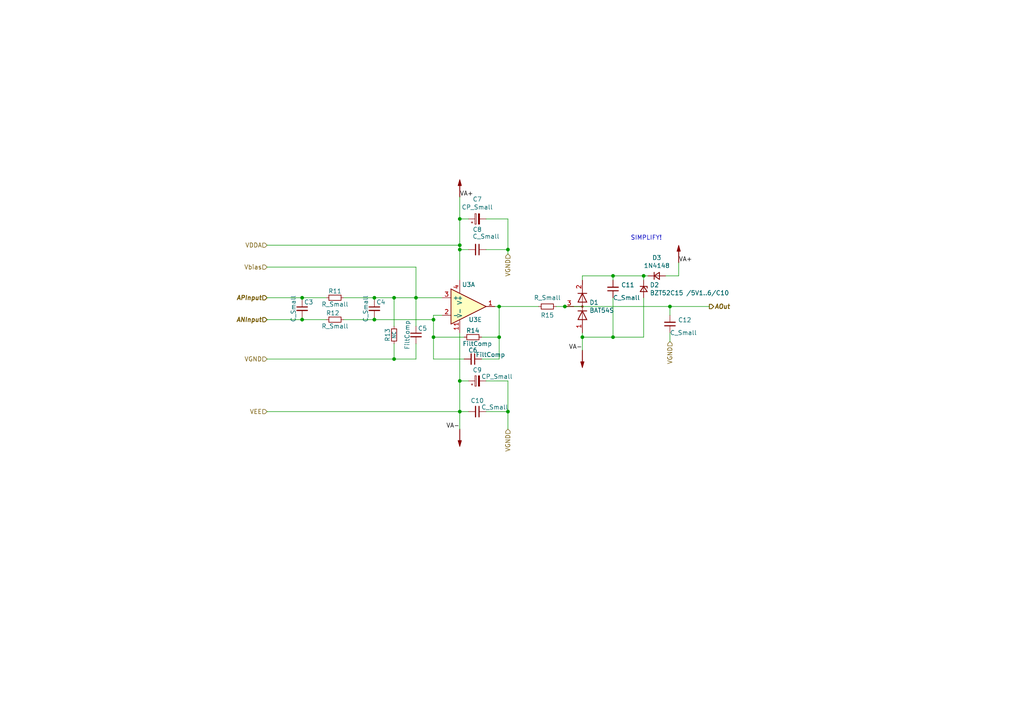
<source format=kicad_sch>
(kicad_sch (version 20230121) (generator eeschema)
  (paper "A4")
  (lib_symbols
    (symbol "Device:C_Small" (pin_numbers hide) (pin_names (offset 0.254) hide)
      (property "Reference" "C" (at 0.254 1.778 0))
      (property "Value" "C_Small" (at 0.254 -2.032 0))
      (symbol "C_Small_0_1"
        (polyline (pts (xy -1.524 -0.508) (xy 1.524 -0.508)) (stroke (width 0.3302)))
        (polyline (pts (xy -1.524 0.508) (xy 1.524 0.508)) (stroke (width 0.3048)))
      )
      (symbol "C_Small_1_1"
        (pin passive line (at 0 2.54 270) (length 2.032) (name "~") (number "1"))
        (pin passive line (at 0 -2.54 90) (length 2.032) (name "~") (number "2"))
      )
    )
    (symbol "Device:D_Small" (pin_numbers hide) (pin_names (offset 0.254) hide)
      (property "Reference" "D" (at -1.27 2.032 0))
      (property "Value" "D_Small" (at -3.81 -2.032 0))
      (symbol "D_Small_0_1"
        (polyline (pts (xy -0.762 -1.016) (xy -0.762 1.016)) (stroke (width 0.254)))
        (polyline (pts (xy -0.762 0) (xy 0.762 0)))
        (polyline (pts (xy 0.762 -1.016) (xy -0.762 0) (xy 0.762 1.016) (xy 0.762 -1.016)) (stroke (width 0.254)))
      )
      (symbol "D_Small_1_1"
        (pin passive line (at -2.54 0 0) (length 1.778) (name "K") (number "1"))
        (pin passive line (at 2.54 0 180) (length 1.778) (name "A") (number "2"))
      )
    )
    (symbol "Device:D_Zener_Small" (pin_numbers hide) (pin_names (offset 0.254) hide)
      (property "Reference" "D" (at 0 2.286 0))
      (property "Value" "D_Zener_Small" (at 0 -2.286 0))
      (symbol "D_Zener_Small_0_1"
        (polyline (pts (xy 0.762 0) (xy -0.762 0)))
        (polyline (pts (xy -0.254 1.016) (xy -0.762 1.016) (xy -0.762 -1.016)) (stroke (width 0.254)))
        (polyline (pts (xy 0.762 1.016) (xy -0.762 0) (xy 0.762 -1.016) (xy 0.762 1.016)) (stroke (width 0.254)))
      )
      (symbol "D_Zener_Small_1_1"
        (pin passive line (at -2.54 0 0) (length 1.778) (name "K") (number "1"))
        (pin passive line (at 2.54 0 180) (length 1.778) (name "A") (number "2"))
      )
    )
    (symbol "Device:R_Small" (pin_numbers hide) (pin_names (offset 0.254) hide)
      (property "Reference" "R" (at 0.762 0.508 0))
      (property "Value" "R_Small" (at 0.762 -1.016 0))
      (symbol "R_Small_0_1"
        (rectangle (start -0.762 1.778) (end 0.762 -1.778) (stroke (width 0.2032)))
      )
      (symbol "R_Small_1_1"
        (pin passive line (at 0 2.54 270) (length 0.762) (name "~") (number "1"))
        (pin passive line (at 0 -2.54 90) (length 0.762) (name "~") (number "2"))
      )
    )
    (symbol "Graphic:SYM_Arrow_Normal" (in_bom no) (on_board no)
      (symbol "SYM_Arrow_Normal_0_1"
        (polyline (pts (xy 1.524 0) (xy -2.54 0)) (stroke (width 0.254)))
        (polyline (pts (xy 2.54 0) (xy 0.762 -0.508) (xy 0.762 0.508) (xy 2.54 0)) (fill (type outline)))
      )
    )
    (symbol "Sallen-Keys_filter-rescue:CP_Small-Device" (pin_numbers hide) (pin_names (offset 0.254) hide)
      (property "Reference" "C" (at 0.254 1.778 0))
      (property "Value" "Device_CP_Small" (at 0.254 -2.032 0))
      (symbol "CP_Small-Device_0_1"
        (rectangle (start -1.524 -0.3048) (end 1.524 -0.6858) (fill (type outline)))
        (rectangle (start -1.524 0.6858) (end 1.524 0.3048))
        (polyline (pts (xy -1.27 1.524) (xy -0.762 1.524)))
        (polyline (pts (xy -1.016 1.27) (xy -1.016 1.778)))
      )
      (symbol "CP_Small-Device_1_1"
        (pin passive line (at 0 2.54 270) (length 1.8542) (name "~") (number "1"))
        (pin passive line (at 0 -2.54 90) (length 1.8542) (name "~") (number "2"))
      )
    )
    (symbol "Sallen-Keys_filter-rescue:D_x2_Serial_AKC-Device" (pin_names (offset 0.762) hide)
      (property "Reference" "D" (at 1.27 -2.54 0))
      (property "Value" "Device_D_x2_Serial_AKC" (at 0 2.54 0))
      (symbol "D_x2_Serial_AKC-Device_0_1"
        (polyline (pts (xy -3.81 0) (xy 3.81 0)))
        (polyline (pts (xy 0 0) (xy 0 -2.54)))
        (polyline (pts (xy 6.35 0) (xy 7.62 0)))
        (polyline (pts (xy -1.27 -1.27) (xy -1.27 1.27) (xy -1.27 1.27)) (stroke (width 0.254)))
        (polyline (pts (xy 3.81 1.27) (xy 3.81 -1.27) (xy 3.81 -1.27)) (stroke (width 0.254)))
        (polyline (pts (xy -3.81 1.27) (xy -1.27 0) (xy -3.81 -1.27) (xy -3.81 1.27) (xy -3.81 1.27) (xy -3.81 1.27)) (stroke (width 0.254)))
        (polyline (pts (xy 1.27 1.27) (xy 3.81 0) (xy 1.27 -1.27) (xy 1.27 1.27) (xy 1.27 1.27) (xy 1.27 1.27)) (stroke (width 0.254)))
        (circle (center 0 0) (radius 0.254) (fill (type outline)))
        (pin passive line (at -7.62 0 0) (length 3.81) (name "A") (number "1"))
        (pin passive line (at 7.62 0 180) (length 3.81) (name "K") (number "2"))
        (pin passive line (at 0 -5.08 90) (length 2.54) (name "common") (number "3"))
      )
    )
    (symbol "Sallen-Keys_filter-rescue:Opamp_Quad_Generic-Device"
      (property "Reference" "U" (at 0 5.08 0))
      (property "Value" "Device_Opamp_Quad_Generic" (at 0 -5.08 0))
      (symbol "Opamp_Quad_Generic-Device_1_1"
        (polyline (pts (xy -5.08 5.08) (xy 5.08 0) (xy -5.08 -5.08) (xy -5.08 5.08)) (stroke (width 0.254)) (fill (type background)))
        (pin output line (at 7.62 0 180) (length 2.54) (name "~") (number "1"))
        (pin input line (at -7.62 -2.54 0) (length 2.54) (name "-") (number "2"))
        (pin input line (at -7.62 2.54 0) (length 2.54) (name "+") (number "3"))
      )
      (symbol "Opamp_Quad_Generic-Device_2_1"
        (polyline (pts (xy -5.08 5.08) (xy 5.08 0) (xy -5.08 -5.08) (xy -5.08 5.08)) (stroke (width 0.254)) (fill (type background)))
        (pin input line (at -7.62 2.54 0) (length 2.54) (name "+") (number "5"))
        (pin input line (at -7.62 -2.54 0) (length 2.54) (name "-") (number "6"))
        (pin output line (at 7.62 0 180) (length 2.54) (name "~") (number "7"))
      )
      (symbol "Opamp_Quad_Generic-Device_3_1"
        (polyline (pts (xy -5.08 5.08) (xy 5.08 0) (xy -5.08 -5.08) (xy -5.08 5.08)) (stroke (width 0.254)) (fill (type background)))
        (pin input line (at -7.62 2.54 0) (length 2.54) (name "+") (number "10"))
        (pin output line (at 7.62 0 180) (length 2.54) (name "~") (number "8"))
        (pin input line (at -7.62 -2.54 0) (length 2.54) (name "-") (number "9"))
      )
      (symbol "Opamp_Quad_Generic-Device_4_1"
        (polyline (pts (xy -5.08 5.08) (xy 5.08 0) (xy -5.08 -5.08) (xy -5.08 5.08)) (stroke (width 0.254)) (fill (type background)))
        (pin input line (at -7.62 2.54 0) (length 2.54) (name "+") (number "12"))
        (pin input line (at -7.62 -2.54 0) (length 2.54) (name "-") (number "13"))
        (pin output line (at 7.62 0 180) (length 2.54) (name "~") (number "14"))
      )
      (symbol "Opamp_Quad_Generic-Device_5_1"
        (pin power_in line (at -2.54 -7.62 90) (length 3.81) (name "V-") (number "11"))
        (pin power_in line (at -2.54 7.62 270) (length 3.81) (name "V+") (number "4"))
      )
    )
  )
  (junction (at 168.91 97.79))
  (junction (at 133.35 110.49))
  (junction (at 120.65 86.36))
  (junction (at 194.31 88.9))
  (junction (at 147.32 72.39))
  (junction (at 177.8 80.01))
  (junction (at 163.83 88.9))
  (junction (at 133.35 63.5))
  (junction (at 133.35 119.38))
  (junction (at 125.73 92.71))
  (junction (at 186.69 80.01))
  (junction (at 177.8 97.79))
  (junction (at 133.35 71.12))
  (junction (at 144.78 97.79))
  (junction (at 87.63 92.71))
  (junction (at 147.32 119.38))
  (junction (at 114.3 104.14))
  (junction (at 108.585 92.71))
  (junction (at 108.585 86.36))
  (junction (at 144.78 88.9))
  (junction (at 87.63 86.36))
  (junction (at 125.73 97.79))
  (junction (at 133.35 72.39))
  (junction (at 114.3 86.36))
  (wire (pts (xy 163.83 88.9) (xy 194.31 88.9)))
  (wire (pts (xy 194.31 99.06) (xy 194.31 96.52)))
  (wire (pts (xy 77.47 104.14) (xy 114.3 104.14)))
  (wire (pts (xy 168.91 80.01) (xy 177.8 80.01)))
  (wire (pts (xy 108.585 86.36) (xy 108.585 86.995)))
  (wire (pts (xy 186.69 80.01) (xy 177.8 80.01)))
  (wire (pts (xy 125.73 91.44) (xy 125.73 92.71)))
  (wire (pts (xy 77.47 86.36) (xy 87.63 86.36)))
  (wire (pts (xy 120.65 104.14) (xy 120.65 99.695)))
  (wire (pts (xy 87.63 86.36) (xy 94.615 86.36)))
  (wire (pts (xy 133.35 110.49) (xy 133.35 96.52)))
  (wire (pts (xy 168.91 96.52) (xy 168.91 97.79)))
  (wire (pts (xy 194.31 91.44) (xy 194.31 88.9)))
  (wire (pts (xy 108.585 92.71) (xy 125.73 92.71)))
  (wire (pts (xy 140.97 63.5) (xy 147.32 63.5)))
  (wire (pts (xy 177.8 97.79) (xy 177.8 86.36)))
  (wire (pts (xy 114.3 104.14) (xy 120.65 104.14)))
  (wire (pts (xy 147.32 72.39) (xy 147.32 73.66)))
  (wire (pts (xy 125.73 91.44) (xy 128.27 91.44)))
  (wire (pts (xy 120.65 86.36) (xy 120.65 94.615)))
  (wire (pts (xy 147.32 110.49) (xy 147.32 119.38)))
  (wire (pts (xy 186.69 81.28) (xy 186.69 80.01)))
  (wire (pts (xy 77.47 119.38) (xy 133.35 119.38)))
  (wire (pts (xy 147.32 119.38) (xy 147.32 124.46)))
  (wire (pts (xy 99.695 92.71) (xy 108.585 92.71)))
  (wire (pts (xy 125.73 104.14) (xy 125.73 97.79)))
  (wire (pts (xy 133.35 63.5) (xy 135.89 63.5)))
  (wire (pts (xy 135.89 119.38) (xy 133.35 119.38)))
  (wire (pts (xy 139.7 104.14) (xy 144.78 104.14)))
  (wire (pts (xy 161.29 88.9) (xy 163.83 88.9)))
  (wire (pts (xy 87.63 86.36) (xy 87.63 86.995)))
  (wire (pts (xy 77.47 77.47) (xy 120.65 77.47)))
  (wire (pts (xy 144.78 104.14) (xy 144.78 97.79)))
  (wire (pts (xy 108.585 86.36) (xy 114.3 86.36)))
  (wire (pts (xy 135.89 110.49) (xy 133.35 110.49)))
  (wire (pts (xy 120.65 86.36) (xy 128.27 86.36)))
  (wire (pts (xy 114.3 86.36) (xy 120.65 86.36)))
  (wire (pts (xy 77.47 71.12) (xy 133.35 71.12)))
  (wire (pts (xy 135.89 72.39) (xy 133.35 72.39)))
  (wire (pts (xy 108.585 92.075) (xy 108.585 92.71)))
  (wire (pts (xy 140.97 110.49) (xy 147.32 110.49)))
  (wire (pts (xy 133.35 63.5) (xy 133.35 71.12)))
  (wire (pts (xy 87.63 92.075) (xy 87.63 92.71)))
  (wire (pts (xy 125.73 92.71) (xy 125.73 97.79)))
  (wire (pts (xy 139.7 97.79) (xy 144.78 97.79)))
  (wire (pts (xy 87.63 92.71) (xy 94.615 92.71)))
  (wire (pts (xy 168.91 80.01) (xy 168.91 81.28)))
  (wire (pts (xy 177.8 81.28) (xy 177.8 80.01)))
  (wire (pts (xy 134.62 97.79) (xy 125.73 97.79)))
  (wire (pts (xy 177.8 97.79) (xy 168.91 97.79)))
  (wire (pts (xy 133.35 119.38) (xy 133.35 110.49)))
  (wire (pts (xy 140.97 72.39) (xy 147.32 72.39)))
  (wire (pts (xy 143.51 88.9) (xy 144.78 88.9)))
  (wire (pts (xy 144.78 97.79) (xy 144.78 88.9)))
  (wire (pts (xy 134.62 104.14) (xy 125.73 104.14)))
  (wire (pts (xy 133.35 124.46) (xy 133.35 119.38)))
  (wire (pts (xy 120.65 77.47) (xy 120.65 86.36)))
  (wire (pts (xy 99.695 86.36) (xy 108.585 86.36)))
  (wire (pts (xy 114.3 86.36) (xy 114.3 94.615)))
  (wire (pts (xy 194.31 88.9) (xy 205.74 88.9)))
  (wire (pts (xy 77.47 92.71) (xy 87.63 92.71)))
  (wire (pts (xy 133.35 57.15) (xy 133.35 63.5)))
  (wire (pts (xy 186.69 86.36) (xy 186.69 97.79)))
  (wire (pts (xy 114.3 99.695) (xy 114.3 104.14)))
  (wire (pts (xy 144.78 88.9) (xy 156.21 88.9)))
  (wire (pts (xy 196.85 80.01) (xy 193.04 80.01)))
  (wire (pts (xy 133.35 71.12) (xy 133.35 72.39)))
  (wire (pts (xy 196.85 76.2) (xy 196.85 80.01)))
  (wire (pts (xy 140.97 119.38) (xy 147.32 119.38)))
  (wire (pts (xy 186.69 97.79) (xy 177.8 97.79)))
  (wire (pts (xy 133.35 72.39) (xy 133.35 81.28)))
  (wire (pts (xy 147.32 63.5) (xy 147.32 72.39)))
  (wire (pts (xy 187.96 80.01) (xy 186.69 80.01)))
  (wire (pts (xy 168.91 101.6) (xy 168.91 97.79)))
  (text "SIMPLIFY!" (at 182.88 69.85 0) (effects (font (size 1.27 1.27)) (justify left bottom)))
  (label "VA-" (at 168.91 101.6 180))
  (label "VA+" (at 133.35 57.15 0))
  (label "VA+" (at 196.85 76.2 0))
  (label "VA-" (at 133.35 124.46 180))
  (hierarchical_label "ANInput" (shape input) (at 77.47 92.71 180) (effects (font (thickness 0.254) bold italic)))
  (hierarchical_label "Vbias" (shape input) (at 77.47 77.47 180))
  (hierarchical_label "VGND" (shape input) (at 147.32 124.46 270))
  (hierarchical_label "AOut" (shape output) (at 205.74 88.9 0) (effects (font (thickness 0.254) bold italic)))
  (hierarchical_label "APInput" (shape input) (at 77.47 86.36 180) (effects (font (thickness 0.254) bold italic)))
  (hierarchical_label "VGND" (shape input) (at 77.47 104.14 180))
  (hierarchical_label "VDDA" (shape input) (at 77.47 71.12 180))
  (hierarchical_label "VGND" (shape input) (at 194.31 99.06 270))
  (hierarchical_label "VEE" (shape input) (at 77.47 119.38 180))
  (hierarchical_label "VGND" (shape input) (at 147.32 73.66 270))
  (symbol (lib_id "Sallen-Keys_filter-rescue:Opamp_Quad_Generic-Device") (at 135.89 88.9 0) (unit 1)
    (property "Reference" "U3" (at 135.89 82.55 0))
    (property "Value" "Opamp_Quad_Generic" (effects hide))
    (property "Footprint" "Package_SO:SOIC-14_3.9x8.7mm_P1.27mm" (effects hide))
  )
  (symbol (lib_id "Sallen-Keys_filter-rescue:Opamp_Quad_Generic-Device") (at 135.89 88.9 0) (unit 5)
    (property "Reference" "U3" (at 135.89 92.71 0) (effects (justify left)))
    (property "Value" "Opamp_Quad_Generic" (effects hide))
    (property "Footprint" "Package_SO:SOIC-14_3.9x8.7mm_P1.27mm" (effects hide))
  )
  (symbol (lib_id "Device:R_Small") (at 137.16 97.79 270) (unit 1)
    (property "Reference" "R14" (at 137.16 95.885 90))
    (property "Value" "FiltComp" (at 138.43 99.695 90))
    (property "Footprint" "Resistor_SMD:R_0805_2012Metric" (effects hide))
  )
  (symbol (lib_id "Device:R_Small") (at 114.3 97.155 180) (unit 1)
    (property "Reference" "R13" (at 112.395 97.155 90))
    (property "Value" "NC" (at 114.3 97.155 90) (effects (font (size 1 1))))
    (property "Footprint" "Resistor_SMD:R_0805_2012Metric" (effects hide))
  )
  (symbol (lib_id "Device:R_Small") (at 97.155 86.36 270) (unit 1)
    (property "Reference" "R11" (at 97.155 84.455 90))
    (property "Value" "R_Small" (at 97.155 88.265 90))
    (property "Footprint" "Resistor_SMD:R_0805_2012Metric" (effects hide))
  )
  (symbol (lib_id "Device:C_Small") (at 108.585 89.535 0) (unit 1)
    (property "Reference" "C4" (at 110.49 87.63 0))
    (property "Value" "C_Small" (at 106.045 89.535 90))
    (property "Footprint" "Capacitor_SMD:C_1206_3216Metric_Pad1.33x1.80mm_HandSolder" (effects hide))
  )
  (symbol (lib_id "Device:R_Small") (at 158.75 88.9 90) (unit 1)
    (property "Reference" "R15" (at 158.75 91.44 90))
    (property "Value" "R_Small" (at 158.75 86.36 90))
    (property "Footprint" "Resistor_SMD:R_0805_2012Metric" (effects hide))
  )
  (symbol (lib_id "Device:C_Small") (at 177.8 83.82 180) (unit 1)
    (property "Reference" "C11" (at 180.1368 82.6516 0) (effects (justify right)))
    (property "Value" "C_Small" (at 177.8 86.36 0) (effects (justify right)))
    (property "Footprint" "Capacitor_SMD:C_1206_3216Metric_Pad1.33x1.80mm_HandSolder" (effects hide))
  )
  (symbol (lib_id "Device:C_Small") (at 138.43 72.39 270) (unit 1)
    (property "Reference" "C8" (at 138.43 66.5734 90))
    (property "Value" "C_Small" (at 140.97 68.58 90))
    (property "Footprint" "Capacitor_SMD:C_1206_3216Metric_Pad1.33x1.80mm_HandSolder" (effects hide))
  )
  (symbol (lib_id "Sallen-Keys_filter-rescue:CP_Small-Device") (at 138.43 63.5 90) (unit 1)
    (property "Reference" "C7" (at 138.43 57.785 90))
    (property "Value" "CP_Small" (at 138.43 60.0964 90))
    (property "Footprint" "Capacitor_Tantalum_SMD:CP_EIA-3216-10_Kemet-I_Pad1.58x1.35mm_HandSolder" (effects hide))
  )
  (symbol (lib_id "Device:C_Small") (at 138.43 119.38 270) (unit 1)
    (property "Reference" "C10" (at 138.43 116.205 90))
    (property "Value" "C_Small" (at 143.51 118.11 90))
    (property "Footprint" "Capacitor_SMD:C_1206_3216Metric_Pad1.33x1.80mm_HandSolder" (effects hide))
  )
  (symbol (lib_id "Sallen-Keys_filter-rescue:CP_Small-Device") (at 138.43 110.49 90) (unit 1)
    (property "Reference" "C9" (at 138.43 107.315 90))
    (property "Value" "CP_Small" (at 144.145 109.22 90))
    (property "Footprint" "Capacitor_Tantalum_SMD:CP_EIA-3216-10_Kemet-I_Pad1.58x1.35mm_HandSolder" (effects hide))
  )
  (symbol (lib_id "Device:D_Small") (at 190.5 80.01 0) (unit 1)
    (property "Reference" "D3" (at 190.5 74.7522 0))
    (property "Value" "1N4148" (at 190.5 77.0636 0))
    (property "Footprint" "Diode_SMD:D_SOD-123" (effects hide))
  )
  (symbol (lib_id "Device:D_Zener_Small") (at 186.69 83.82 270) (unit 1)
    (property "Reference" "D2" (at 188.468 82.6516 90) (effects (justify left)))
    (property "Value" "BZT52C15 /5V1..6/C10" (at 188.468 84.963 90) (effects (justify left)))
    (property "Footprint" "Diode_SMD:D_SOD-123" (effects hide))
    (property "Datasheet" "BZX55CV" (effects hide))
  )
  (symbol (lib_id "Device:C_Small") (at 194.31 93.98 180) (unit 1)
    (property "Reference" "C12" (at 196.6468 92.8116 0) (effects (justify right)))
    (property "Value" "C_Small" (at 194.31 96.52 0) (effects (justify right)))
    (property "Footprint" "Capacitor_SMD:C_1206_3216Metric_Pad1.33x1.80mm_HandSolder" (effects hide))
  )
  (symbol (lib_id "Graphic:SYM_Arrow_Normal") (at 133.35 54.61 90) (unit 1)
    (property "Reference" "#SYM7" (effects hide))
    (property "Value" "SYM_Arrow_Normal" (effects hide))
  )
  (symbol (lib_id "Graphic:SYM_Arrow_Normal") (at 196.85 73.66 90) (unit 1)
    (property "Reference" "#SYM10" (effects hide))
    (property "Value" "SYM_Arrow_Normal" (effects hide))
  )
  (symbol (lib_id "Graphic:SYM_Arrow_Normal") (at 133.35 127 270) (unit 1)
    (property "Reference" "#SYM8" (effects hide))
    (property "Value" "SYM_Arrow_Normal" (effects hide))
  )
  (symbol (lib_id "Graphic:SYM_Arrow_Normal") (at 168.91 104.14 270) (unit 1)
    (property "Reference" "#SYM9" (effects hide))
    (property "Value" "SYM_Arrow_Normal" (effects hide))
  )
  (symbol (lib_id "Sallen-Keys_filter-rescue:D_x2_Serial_AKC-Device") (at 168.91 88.9 270) (mirror x) (unit 1)
    (property "Reference" "D1" (at 170.942 87.7316 90) (effects (justify left)))
    (property "Value" "BAT54S" (at 170.942 90.043 90) (effects (justify left)))
    (property "Footprint" "Package_TO_SOT_SMD:SOT-23" (effects hide))
  )
  (symbol (lib_id "Device:C_Small") (at 87.63 89.535 0) (unit 1)
    (property "Reference" "C3" (at 89.535 87.63 0))
    (property "Value" "C_Small" (at 85.09 89.535 90))
    (property "Footprint" "Capacitor_SMD:C_1206_3216Metric_Pad1.33x1.80mm_HandSolder" (effects hide))
  )
  (symbol (lib_id "Device:R_Small") (at 97.155 92.71 270) (unit 1)
    (property "Reference" "R12" (at 96.52 90.805 90))
    (property "Value" "R_Small" (at 97.155 94.615 90))
    (property "Footprint" "Resistor_SMD:R_0805_2012Metric" (effects hide))
  )
  (symbol (lib_id "Device:C_Small") (at 137.16 104.14 270) (unit 1)
    (property "Reference" "C6" (at 137.16 101.6 90))
    (property "Value" "FiltComp" (at 142.24 102.87 90))
    (property "Footprint" "Capacitor_SMD:C_1206_3216Metric_Pad1.33x1.80mm_HandSolder" (effects hide))
  )
  (symbol (lib_id "Device:C_Small") (at 120.65 97.155 0) (unit 1)
    (property "Reference" "C5" (at 122.555 95.25 0))
    (property "Value" "FiltComp" (at 118.11 97.155 90))
    (property "Footprint" "Capacitor_SMD:C_1206_3216Metric_Pad1.33x1.80mm_HandSolder" (effects hide))
  )
)
</source>
